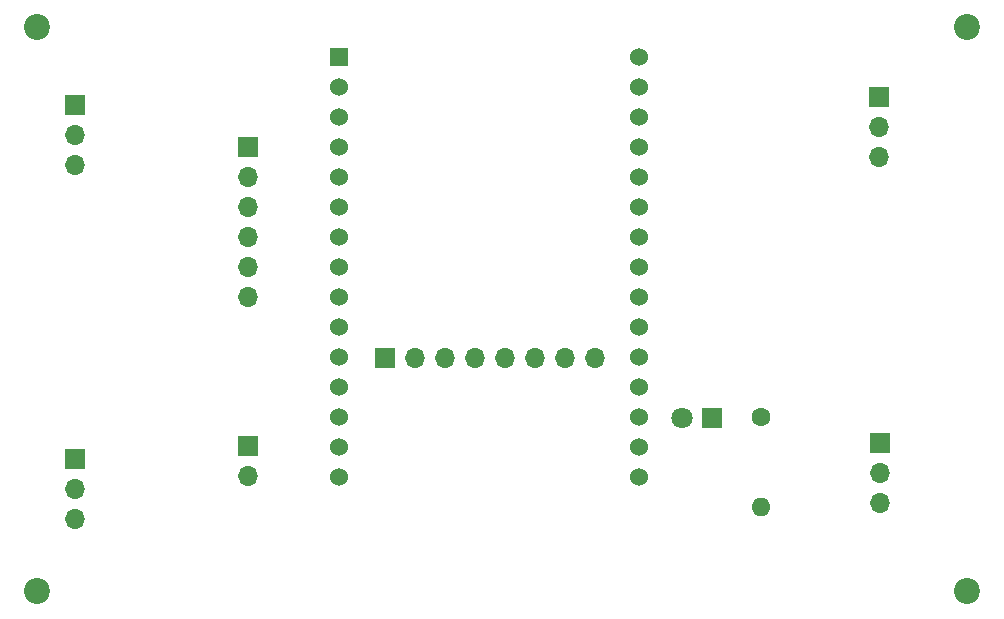
<source format=gbr>
%TF.GenerationSoftware,KiCad,Pcbnew,8.0.7*%
%TF.CreationDate,2024-12-29T12:34:30+05:30*%
%TF.ProjectId,Sketch,536b6574-6368-42e6-9b69-6361645f7063,v0.1*%
%TF.SameCoordinates,Original*%
%TF.FileFunction,Soldermask,Bot*%
%TF.FilePolarity,Negative*%
%FSLAX46Y46*%
G04 Gerber Fmt 4.6, Leading zero omitted, Abs format (unit mm)*
G04 Created by KiCad (PCBNEW 8.0.7) date 2024-12-29 12:34:30*
%MOMM*%
%LPD*%
G01*
G04 APERTURE LIST*
%ADD10R,1.524000X1.524000*%
%ADD11C,1.524000*%
%ADD12C,2.200000*%
%ADD13C,1.600000*%
%ADD14O,1.600000X1.600000*%
%ADD15R,1.700000X1.700000*%
%ADD16O,1.700000X1.700000*%
%ADD17R,1.800000X1.800000*%
%ADD18C,1.800000*%
G04 APERTURE END LIST*
D10*
%TO.C,U1*%
X126175000Y-76445000D03*
D11*
X126175000Y-78985000D03*
X126175000Y-81525000D03*
X126175000Y-84065000D03*
X126175000Y-86605000D03*
X126175000Y-89145000D03*
X126175000Y-91685000D03*
X126175000Y-94225000D03*
X126175000Y-96765000D03*
X126175000Y-99305000D03*
X126175000Y-101845000D03*
X126175000Y-104385000D03*
X126175000Y-106925000D03*
X126175000Y-109465000D03*
X126175000Y-112005000D03*
X151575000Y-112005000D03*
X151575000Y-109465000D03*
X151575000Y-106925000D03*
X151575000Y-104385000D03*
X151575000Y-101845000D03*
X151575000Y-99305000D03*
X151575000Y-96765000D03*
X151575000Y-94225000D03*
X151575000Y-91685000D03*
X151575000Y-89145000D03*
X151575000Y-86605000D03*
X151575000Y-84065000D03*
X151575000Y-81525000D03*
X151575000Y-78985000D03*
X151575000Y-76445000D03*
%TD*%
D12*
%TO.C,H4*%
X100625000Y-121675000D03*
%TD*%
%TO.C,H3*%
X100625000Y-73925000D03*
%TD*%
%TO.C,H2*%
X179375000Y-121675000D03*
%TD*%
%TO.C,H1*%
X179375000Y-73925000D03*
%TD*%
D13*
%TO.C,R1*%
X161900000Y-106905000D03*
D14*
X161900000Y-114525000D03*
%TD*%
D15*
%TO.C,J7*%
X130075000Y-101950000D03*
D16*
X132615000Y-101950000D03*
X135155000Y-101950000D03*
X137695000Y-101950000D03*
X140235000Y-101950000D03*
X142775000Y-101950000D03*
X145315000Y-101950000D03*
X147855000Y-101950000D03*
%TD*%
D15*
%TO.C,J6*%
X118500000Y-109385000D03*
D16*
X118500000Y-111925000D03*
%TD*%
D15*
%TO.C,J5*%
X118500000Y-84100000D03*
D16*
X118500000Y-86640000D03*
X118500000Y-89180000D03*
X118500000Y-91720000D03*
X118500000Y-94260000D03*
X118500000Y-96800000D03*
%TD*%
D15*
%TO.C,J4*%
X103850000Y-80545000D03*
D16*
X103850000Y-83085000D03*
X103850000Y-85625000D03*
%TD*%
D15*
%TO.C,J3*%
X103825000Y-110485000D03*
D16*
X103825000Y-113025000D03*
X103825000Y-115565000D03*
%TD*%
D15*
%TO.C,J2*%
X172025000Y-109145000D03*
D16*
X172025000Y-111685000D03*
X172025000Y-114225000D03*
%TD*%
D15*
%TO.C,J1*%
X171950000Y-79820000D03*
D16*
X171950000Y-82360000D03*
X171950000Y-84900000D03*
%TD*%
D17*
%TO.C,D1*%
X157800000Y-107025000D03*
D18*
X155260000Y-107025000D03*
%TD*%
M02*

</source>
